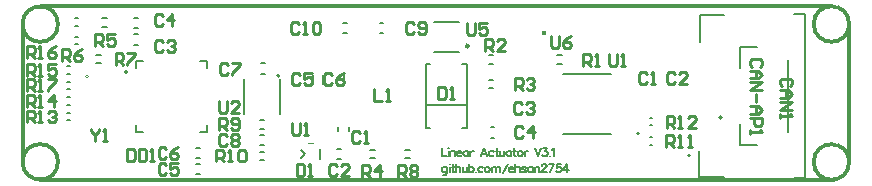
<source format=gto>
G04*
G04 #@! TF.GenerationSoftware,Altium Limited,Altium Designer,21.6.1 (37)*
G04*
G04 Layer_Color=65535*
%FSLAX44Y44*%
%MOMM*%
G71*
G04*
G04 #@! TF.SameCoordinates,3F17BC7F-6D44-4E06-9127-94DCD14E2BF1*
G04*
G04*
G04 #@! TF.FilePolarity,Positive*
G04*
G01*
G75*
%ADD10C,0.2500*%
%ADD11C,0.3000*%
%ADD12C,0.2000*%
%ADD13C,0.1270*%
%ADD14C,0.1524*%
%ADD15C,0.0000*%
%ADD16C,0.4000*%
%ADD17C,0.1500*%
D10*
X1079100Y484800D02*
G03*
X1079100Y484800I-1250J0D01*
G01*
X935288Y503053D02*
X933622Y504719D01*
X930290D01*
X928624Y503053D01*
Y496388D01*
X930290Y494722D01*
X933622D01*
X935288Y496388D01*
X938621Y494722D02*
X941953D01*
X940287D01*
Y504719D01*
X938621Y503053D01*
X946951D02*
X948618Y504719D01*
X951950D01*
X953616Y503053D01*
Y496388D01*
X951950Y494722D01*
X948618D01*
X946951Y496388D01*
Y503053D01*
X1033079Y503007D02*
X1031412Y504673D01*
X1028080D01*
X1026414Y503007D01*
Y496342D01*
X1028080Y494676D01*
X1031412D01*
X1033079Y496342D01*
X1036411D02*
X1038077Y494676D01*
X1041409D01*
X1043075Y496342D01*
Y503007D01*
X1041409Y504673D01*
X1038077D01*
X1036411Y503007D01*
Y501340D01*
X1038077Y499674D01*
X1043075D01*
X1149069Y493398D02*
Y485068D01*
X1150735Y483402D01*
X1154068D01*
X1155734Y485068D01*
Y493398D01*
X1165731D02*
X1162398Y491732D01*
X1159066Y488400D01*
Y485068D01*
X1160732Y483402D01*
X1164064D01*
X1165731Y485068D01*
Y486734D01*
X1164064Y488400D01*
X1159066D01*
X1077669Y503898D02*
Y495568D01*
X1079335Y493902D01*
X1082668D01*
X1084334Y495568D01*
Y503898D01*
X1094331D02*
X1087666D01*
Y498900D01*
X1090998Y500566D01*
X1092664D01*
X1094331Y498900D01*
Y495568D01*
X1092664Y493902D01*
X1089332D01*
X1087666Y495568D01*
X704914Y446384D02*
Y456381D01*
X709912D01*
X711579Y454715D01*
Y451382D01*
X709912Y449716D01*
X704914D01*
X708246D02*
X711579Y446384D01*
X714911D02*
X718243D01*
X716577D01*
Y456381D01*
X714911Y454715D01*
X723241Y456381D02*
X729906D01*
Y454715D01*
X723241Y448050D01*
Y446384D01*
X704904Y474702D02*
Y484698D01*
X709902D01*
X711569Y483032D01*
Y479700D01*
X709902Y478034D01*
X704904D01*
X708236D02*
X711569Y474702D01*
X714901D02*
X718233D01*
X716567D01*
Y484698D01*
X714901Y483032D01*
X729896Y484698D02*
X726564Y483032D01*
X723231Y479700D01*
Y476368D01*
X724898Y474702D01*
X728230D01*
X729896Y476368D01*
Y478034D01*
X728230Y479700D01*
X723231D01*
X704914Y459592D02*
Y469589D01*
X709912D01*
X711579Y467923D01*
Y464590D01*
X709912Y462924D01*
X704914D01*
X708246D02*
X711579Y459592D01*
X714911D02*
X718243D01*
X716577D01*
Y469589D01*
X714911Y467923D01*
X729906Y469589D02*
X723241D01*
Y464590D01*
X726574Y466256D01*
X728240D01*
X729906Y464590D01*
Y461258D01*
X728240Y459592D01*
X724908D01*
X723241Y461258D01*
X704914Y433176D02*
Y443173D01*
X709912D01*
X711579Y441507D01*
Y438174D01*
X709912Y436508D01*
X704914D01*
X708246D02*
X711579Y433176D01*
X714911D02*
X718243D01*
X716577D01*
Y443173D01*
X714911Y441507D01*
X728240Y433176D02*
Y443173D01*
X723241Y438174D01*
X729906D01*
X704914Y419968D02*
Y429965D01*
X709912D01*
X711579Y428299D01*
Y424966D01*
X709912Y423300D01*
X704914D01*
X708246D02*
X711579Y419968D01*
X714911D02*
X718243D01*
X716577D01*
Y429965D01*
X714911Y428299D01*
X723241D02*
X724908Y429965D01*
X728240D01*
X729906Y428299D01*
Y426632D01*
X728240Y424966D01*
X726574D01*
X728240D01*
X729906Y423300D01*
Y421634D01*
X728240Y419968D01*
X724908D01*
X723241Y421634D01*
X735069Y472302D02*
Y482298D01*
X740068D01*
X741734Y480632D01*
Y477300D01*
X740068Y475634D01*
X735069D01*
X738402D02*
X741734Y472302D01*
X751731Y482298D02*
X748398Y480632D01*
X745066Y477300D01*
Y473968D01*
X746732Y472302D01*
X750064D01*
X751731Y473968D01*
Y475634D01*
X750064Y477300D01*
X745066D01*
X759206Y414111D02*
Y412445D01*
X762538Y409112D01*
X765871Y412445D01*
Y414111D01*
X762538Y409112D02*
Y404114D01*
X769203D02*
X772535D01*
X770869D01*
Y414111D01*
X769203Y412445D01*
X867969Y437798D02*
Y429468D01*
X869635Y427802D01*
X872968D01*
X874634Y429468D01*
Y437798D01*
X884631Y427802D02*
X877966D01*
X884631Y434466D01*
Y436132D01*
X882964Y437798D01*
X879632D01*
X877966Y436132D01*
X929836Y419398D02*
Y411068D01*
X931502Y409402D01*
X934834D01*
X936500Y411068D01*
Y419398D01*
X939832Y409402D02*
X943165D01*
X941498D01*
Y419398D01*
X939832Y417732D01*
X1246720Y415632D02*
Y425629D01*
X1251718D01*
X1253384Y423963D01*
Y420630D01*
X1251718Y418964D01*
X1246720D01*
X1250052D02*
X1253384Y415632D01*
X1256717D02*
X1260049D01*
X1258383D01*
Y425629D01*
X1256717Y423963D01*
X1271712Y415632D02*
X1265047D01*
X1271712Y422296D01*
Y423963D01*
X1270046Y425629D01*
X1266714D01*
X1265047Y423963D01*
X1246620Y399500D02*
Y409497D01*
X1251618D01*
X1253285Y407831D01*
Y404498D01*
X1251618Y402832D01*
X1246620D01*
X1249952D02*
X1253285Y399500D01*
X1256617D02*
X1259949D01*
X1258283D01*
Y409497D01*
X1256617Y407831D01*
X1264947Y399500D02*
X1268280D01*
X1266614D01*
Y409497D01*
X1264947Y407831D01*
X865272Y386902D02*
Y396898D01*
X870270D01*
X871936Y395232D01*
Y391900D01*
X870270Y390234D01*
X865272D01*
X868604D02*
X871936Y386902D01*
X875268D02*
X878601D01*
X876934D01*
Y396898D01*
X875268Y395232D01*
X883599D02*
X885265Y396898D01*
X888597D01*
X890263Y395232D01*
Y388568D01*
X888597Y386902D01*
X885265D01*
X883599Y388568D01*
Y395232D01*
X867969Y413902D02*
Y423898D01*
X872968D01*
X874634Y422232D01*
Y418900D01*
X872968Y417234D01*
X867969D01*
X871302D02*
X874634Y413902D01*
X877966Y415568D02*
X879632Y413902D01*
X882964D01*
X884631Y415568D01*
Y422232D01*
X882964Y423898D01*
X879632D01*
X877966Y422232D01*
Y420566D01*
X879632Y418900D01*
X884631D01*
X1019124Y374030D02*
Y384027D01*
X1024122D01*
X1025788Y382361D01*
Y379029D01*
X1024122Y377362D01*
X1019124D01*
X1022456D02*
X1025788Y374030D01*
X1029121Y382361D02*
X1030787Y384027D01*
X1034119D01*
X1035785Y382361D01*
Y380695D01*
X1034119Y379029D01*
X1035785Y377362D01*
Y375696D01*
X1034119Y374030D01*
X1030787D01*
X1029121Y375696D01*
Y377362D01*
X1030787Y379029D01*
X1029121Y380695D01*
Y382361D01*
X1030787Y379029D02*
X1034119D01*
X780169Y468802D02*
Y478798D01*
X785168D01*
X786834Y477132D01*
Y473800D01*
X785168Y472134D01*
X780169D01*
X783502D02*
X786834Y468802D01*
X790166Y478798D02*
X796831D01*
Y477132D01*
X790166Y470468D01*
Y468802D01*
X762969Y485002D02*
Y494998D01*
X767968D01*
X769634Y493332D01*
Y490000D01*
X767968Y488334D01*
X762969D01*
X766302D02*
X769634Y485002D01*
X779631Y494998D02*
X772966D01*
Y490000D01*
X776298Y491666D01*
X777964D01*
X779631Y490000D01*
Y486668D01*
X777964Y485002D01*
X774632D01*
X772966Y486668D01*
X989152Y374122D02*
Y384119D01*
X994150D01*
X995816Y382453D01*
Y379120D01*
X994150Y377454D01*
X989152D01*
X992484D02*
X995816Y374122D01*
X1004147D02*
Y384119D01*
X999149Y379120D01*
X1005813D01*
X789686Y397347D02*
Y387350D01*
X794684D01*
X796350Y389016D01*
Y395681D01*
X794684Y397347D01*
X789686D01*
X799683D02*
Y387350D01*
X804681D01*
X806347Y389016D01*
Y395681D01*
X804681Y397347D01*
X799683D01*
X809680Y387350D02*
X813012D01*
X811346D01*
Y397347D01*
X809680Y395681D01*
X933450Y384451D02*
Y374454D01*
X938448D01*
X940115Y376120D01*
Y382785D01*
X938448Y384451D01*
X933450D01*
X943447Y374454D02*
X946779D01*
X945113D01*
Y384451D01*
X943447Y382785D01*
X1325799Y467207D02*
X1327465Y468874D01*
Y472206D01*
X1325799Y473872D01*
X1319134D01*
X1317468Y472206D01*
Y468874D01*
X1319134Y467207D01*
X1317468Y463875D02*
X1324133D01*
X1327465Y460543D01*
X1324133Y457211D01*
X1317468D01*
X1322466D01*
Y463875D01*
X1317468Y453878D02*
X1327465D01*
X1317468Y447214D01*
X1327465D01*
X1322466Y443882D02*
Y437217D01*
X1317468Y433885D02*
X1324133D01*
X1327465Y430553D01*
X1324133Y427220D01*
X1317468D01*
X1322466D01*
Y433885D01*
X1317468Y423888D02*
X1327465D01*
Y418890D01*
X1325799Y417224D01*
X1322466D01*
X1320800Y418890D01*
Y423888D01*
X1317468Y413891D02*
Y410559D01*
Y412225D01*
X1327465D01*
X1325799Y413891D01*
X1350932Y450497D02*
X1352598Y452163D01*
Y455495D01*
X1350932Y457161D01*
X1344268D01*
X1342602Y455495D01*
Y452163D01*
X1344268Y450497D01*
X1342602Y447164D02*
X1349266D01*
X1352598Y443832D01*
X1349266Y440500D01*
X1342602D01*
X1347600D01*
Y447164D01*
X1342602Y437168D02*
X1352598D01*
X1342602Y430503D01*
X1352598D01*
X1342602Y427171D02*
Y423839D01*
Y425505D01*
X1352598D01*
X1350932Y427171D01*
X874734Y408632D02*
X873068Y410298D01*
X869735D01*
X868069Y408632D01*
Y401968D01*
X869735Y400302D01*
X873068D01*
X874734Y401968D01*
X878066Y408632D02*
X879732Y410298D01*
X883064D01*
X884731Y408632D01*
Y406966D01*
X883064Y405300D01*
X884731Y403634D01*
Y401968D01*
X883064Y400302D01*
X879732D01*
X878066Y401968D01*
Y403634D01*
X879732Y405300D01*
X878066Y406966D01*
Y408632D01*
X879732Y405300D02*
X883064D01*
X875234Y468732D02*
X873568Y470398D01*
X870236D01*
X868569Y468732D01*
Y462068D01*
X870236Y460402D01*
X873568D01*
X875234Y462068D01*
X878566Y470398D02*
X885231D01*
Y468732D01*
X878566Y462068D01*
Y460402D01*
X823250Y397523D02*
X821584Y399189D01*
X818252D01*
X816586Y397523D01*
Y390858D01*
X818252Y389192D01*
X821584D01*
X823250Y390858D01*
X833247Y399189D02*
X829915Y397523D01*
X826583Y394190D01*
Y390858D01*
X828249Y389192D01*
X831581D01*
X833247Y390858D01*
Y392524D01*
X831581Y394190D01*
X826583D01*
X823234Y383932D02*
X821568Y385598D01*
X818235D01*
X816569Y383932D01*
Y377268D01*
X818235Y375602D01*
X821568D01*
X823234Y377268D01*
X833231Y385598D02*
X826566D01*
Y380600D01*
X829898Y382266D01*
X831564D01*
X833231Y380600D01*
Y377268D01*
X831564Y375602D01*
X828232D01*
X826566Y377268D01*
X820034Y510332D02*
X818368Y511998D01*
X815035D01*
X813369Y510332D01*
Y503668D01*
X815035Y502002D01*
X818368D01*
X820034Y503668D01*
X828364Y502002D02*
Y511998D01*
X823366Y507000D01*
X830031D01*
X820134Y488132D02*
X818468Y489798D01*
X815135D01*
X813469Y488132D01*
Y481468D01*
X815135Y479802D01*
X818468D01*
X820134Y481468D01*
X823466Y488132D02*
X825132Y489798D01*
X828465D01*
X830131Y488132D01*
Y486466D01*
X828465Y484800D01*
X826798D01*
X828465D01*
X830131Y483134D01*
Y481468D01*
X828465Y479802D01*
X825132D01*
X823466Y481468D01*
X967534Y382832D02*
X965868Y384498D01*
X962535D01*
X960869Y382832D01*
Y376168D01*
X962535Y374502D01*
X965868D01*
X967534Y376168D01*
X977531Y374502D02*
X970866D01*
X977531Y381166D01*
Y382832D01*
X975864Y384498D01*
X972532D01*
X970866Y382832D01*
X987400Y411032D02*
X985734Y412698D01*
X982402D01*
X980735Y411032D01*
Y404368D01*
X982402Y402702D01*
X985734D01*
X987400Y404368D01*
X990732Y402702D02*
X994064D01*
X992398D01*
Y412698D01*
X990732Y411032D01*
X1198235Y478098D02*
Y469768D01*
X1199902Y468102D01*
X1203234D01*
X1204900Y469768D01*
Y478098D01*
X1208232Y468102D02*
X1211564D01*
X1209898D01*
Y478098D01*
X1208232Y476432D01*
X1118108Y447548D02*
Y457545D01*
X1123106D01*
X1124772Y455879D01*
Y452546D01*
X1123106Y450880D01*
X1118108D01*
X1121440D02*
X1124772Y447548D01*
X1128105Y455879D02*
X1129771Y457545D01*
X1133103D01*
X1134769Y455879D01*
Y454212D01*
X1133103Y452546D01*
X1131437D01*
X1133103D01*
X1134769Y450880D01*
Y449214D01*
X1133103Y447548D01*
X1129771D01*
X1128105Y449214D01*
X1092869Y480802D02*
Y490798D01*
X1097868D01*
X1099534Y489132D01*
Y485800D01*
X1097868Y484134D01*
X1092869D01*
X1096202D02*
X1099534Y480802D01*
X1109531D02*
X1102866D01*
X1109531Y487466D01*
Y489132D01*
X1107865Y490798D01*
X1104532D01*
X1102866Y489132D01*
X1175766Y468122D02*
Y478119D01*
X1180764D01*
X1182430Y476453D01*
Y473120D01*
X1180764Y471454D01*
X1175766D01*
X1179098D02*
X1182430Y468122D01*
X1185763D02*
X1189095D01*
X1187429D01*
Y478119D01*
X1185763Y476453D01*
X999236Y448147D02*
Y438150D01*
X1005900D01*
X1009233D02*
X1012565D01*
X1010899D01*
Y448147D01*
X1009233Y446481D01*
X1053446Y449708D02*
Y439712D01*
X1058444D01*
X1060110Y441378D01*
Y448042D01*
X1058444Y449708D01*
X1053446D01*
X1063442Y439712D02*
X1066775D01*
X1065108D01*
Y449708D01*
X1063442Y448042D01*
X963229Y459943D02*
X961562Y461609D01*
X958230D01*
X956564Y459943D01*
Y453278D01*
X958230Y451612D01*
X961562D01*
X963229Y453278D01*
X973225Y461609D02*
X969893Y459943D01*
X966561Y456610D01*
Y453278D01*
X968227Y451612D01*
X971559D01*
X973225Y453278D01*
Y454944D01*
X971559Y456610D01*
X966561D01*
X936559Y459943D02*
X934892Y461609D01*
X931560D01*
X929894Y459943D01*
Y453278D01*
X931560Y451612D01*
X934892D01*
X936559Y453278D01*
X946555Y461609D02*
X939891D01*
Y456610D01*
X943223Y458276D01*
X944889D01*
X946555Y456610D01*
Y453278D01*
X944889Y451612D01*
X941557D01*
X939891Y453278D01*
X1124934Y415132D02*
X1123268Y416798D01*
X1119936D01*
X1118269Y415132D01*
Y408468D01*
X1119936Y406802D01*
X1123268D01*
X1124934Y408468D01*
X1133264Y406802D02*
Y416798D01*
X1128266Y411800D01*
X1134931D01*
X1124484Y435342D02*
X1122818Y437008D01*
X1119485D01*
X1117819Y435342D01*
Y428678D01*
X1119485Y427012D01*
X1122818D01*
X1124484Y428678D01*
X1127816Y435342D02*
X1129482Y437008D01*
X1132814D01*
X1134481Y435342D01*
Y433676D01*
X1132814Y432010D01*
X1131148D01*
X1132814D01*
X1134481Y430344D01*
Y428678D01*
X1132814Y427012D01*
X1129482D01*
X1127816Y428678D01*
X1254059Y460705D02*
X1252392Y462371D01*
X1249060D01*
X1247394Y460705D01*
Y454040D01*
X1249060Y452374D01*
X1252392D01*
X1254059Y454040D01*
X1264055Y452374D02*
X1257391D01*
X1264055Y459039D01*
Y460705D01*
X1262389Y462371D01*
X1259057D01*
X1257391Y460705D01*
X1230182D02*
X1228516Y462371D01*
X1225184D01*
X1223518Y460705D01*
Y454040D01*
X1225184Y452374D01*
X1228516D01*
X1230182Y454040D01*
X1233515Y452374D02*
X1236847D01*
X1235181D01*
Y462371D01*
X1233515Y460705D01*
D11*
X1401300Y503300D02*
G03*
X1401300Y503300I-15000J0D01*
G01*
X1388200Y371400D02*
G03*
X1387717Y371600I-483J-483D01*
G01*
X731400Y503202D02*
G03*
X731400Y503202I-15000J0D01*
G01*
Y386605D02*
G03*
X731400Y386605I-15000J0D01*
G01*
X1401300Y386498D02*
G03*
X1401300Y386498I-15000J0D01*
G01*
X716741Y518300D02*
X1386300D01*
X701500Y386700D02*
Y502700D01*
X716400Y371600D02*
X1387717D01*
X1401300Y386498D02*
Y503300D01*
D12*
X1223570Y410560D02*
G03*
X1223570Y410560I-1000J0D01*
G01*
X918970Y459582D02*
G03*
X918970Y459582I-1000J0D01*
G01*
X1293435Y424170D02*
G03*
X1293435Y424170I-1000J0D01*
G01*
X1266700Y391852D02*
G03*
X1266700Y391852I-1000J0D01*
G01*
X1049600Y504800D02*
X1070600D01*
X1049600Y479800D02*
X1070600D01*
X797400Y411802D02*
Y417803D01*
X746222Y486100D02*
X748222D01*
X1095980Y469670D02*
X1099980D01*
X1025400Y396600D02*
X1029400D01*
X1232322Y401150D02*
X1234322D01*
X953000Y388850D02*
Y397100D01*
X1095980Y476670D02*
X1099980D01*
X937000Y390100D02*
X940250Y393350D01*
X746222Y508000D02*
X748222D01*
X902168Y421800D02*
X906168D01*
X763765Y477000D02*
X767765D01*
X797400Y411802D02*
X803400D01*
X936875Y396725D02*
X940250Y393350D01*
X746222Y501500D02*
X748222D01*
X797400Y465802D02*
Y471802D01*
X851400Y411802D02*
X857400D01*
X1153770Y476670D02*
X1157770D01*
X902168Y414800D02*
X906168D01*
X768765Y508000D02*
X772765D01*
X857400Y411802D02*
Y417803D01*
X1095980Y449003D02*
X1099980D01*
X797400Y471802D02*
X803400D01*
X1153770Y469670D02*
X1157770D01*
X995400Y389600D02*
X999400D01*
X1232322Y417450D02*
X1234322D01*
X902168Y395300D02*
X906168D01*
X995400Y396600D02*
X999400D01*
X1232322Y423950D02*
X1234322D01*
X768765Y501000D02*
X772765D01*
X1095980Y456003D02*
X1099980D01*
X851400Y471802D02*
X857400D01*
X1025400Y389600D02*
X1029400D01*
X1232322Y407650D02*
X1234322D01*
X902168Y388300D02*
X906168D01*
X746222Y492600D02*
X748222D01*
X857400Y465802D02*
Y471802D01*
X739222Y461250D02*
X741222D01*
X739222Y467750D02*
X741222D01*
X739222Y434917D02*
X741222D01*
X739222Y441417D02*
X741222D01*
X763765Y470000D02*
X767765D01*
X739222Y428250D02*
X741222D01*
X739222Y421750D02*
X741222D01*
X739222Y448083D02*
X741222D01*
X739222Y454583D02*
X741222D01*
X1056400Y398263D02*
Y391264D01*
X1060399D01*
X1061832Y398263D02*
X1062166Y397929D01*
X1062499Y398263D01*
X1062166Y398596D01*
X1061832Y398263D01*
X1062166Y395930D02*
Y391264D01*
X1063732Y395930D02*
Y391264D01*
Y394597D02*
X1064732Y395597D01*
X1065398Y395930D01*
X1066398D01*
X1067064Y395597D01*
X1067398Y394597D01*
Y391264D01*
X1069231Y393930D02*
X1073230D01*
Y394597D01*
X1072896Y395263D01*
X1072563Y395597D01*
X1071897Y395930D01*
X1070897D01*
X1070230Y395597D01*
X1069564Y394930D01*
X1069231Y393930D01*
Y393264D01*
X1069564Y392264D01*
X1070230Y391598D01*
X1070897Y391264D01*
X1071897D01*
X1072563Y391598D01*
X1073230Y392264D01*
X1078729Y395930D02*
Y391264D01*
Y394930D02*
X1078062Y395597D01*
X1077395Y395930D01*
X1076396D01*
X1075729Y395597D01*
X1075063Y394930D01*
X1074729Y393930D01*
Y393264D01*
X1075063Y392264D01*
X1075729Y391598D01*
X1076396Y391264D01*
X1077395D01*
X1078062Y391598D01*
X1078729Y392264D01*
X1080595Y395930D02*
Y391264D01*
Y393930D02*
X1080928Y394930D01*
X1081595Y395597D01*
X1082261Y395930D01*
X1083261D01*
X1094725Y391264D02*
X1092059Y398263D01*
X1089393Y391264D01*
X1090393Y393597D02*
X1093725D01*
X1100357Y394930D02*
X1099691Y395597D01*
X1099024Y395930D01*
X1098025D01*
X1097358Y395597D01*
X1096691Y394930D01*
X1096358Y393930D01*
Y393264D01*
X1096691Y392264D01*
X1097358Y391598D01*
X1098025Y391264D01*
X1099024D01*
X1099691Y391598D01*
X1100357Y392264D01*
X1102857Y398263D02*
Y392597D01*
X1103190Y391598D01*
X1103857Y391264D01*
X1104523D01*
X1101857Y395930D02*
X1104190D01*
X1105523D02*
Y392597D01*
X1105856Y391598D01*
X1106523Y391264D01*
X1107522D01*
X1108189Y391598D01*
X1109189Y392597D01*
Y395930D02*
Y391264D01*
X1115021Y395930D02*
Y391264D01*
Y394930D02*
X1114354Y395597D01*
X1113688Y395930D01*
X1112688D01*
X1112021Y395597D01*
X1111355Y394930D01*
X1111022Y393930D01*
Y393264D01*
X1111355Y392264D01*
X1112021Y391598D01*
X1112688Y391264D01*
X1113688D01*
X1114354Y391598D01*
X1115021Y392264D01*
X1117887Y398263D02*
Y392597D01*
X1118220Y391598D01*
X1118887Y391264D01*
X1119553D01*
X1116887Y395930D02*
X1119220D01*
X1122219D02*
X1121553Y395597D01*
X1120886Y394930D01*
X1120553Y393930D01*
Y393264D01*
X1120886Y392264D01*
X1121553Y391598D01*
X1122219Y391264D01*
X1123219D01*
X1123886Y391598D01*
X1124552Y392264D01*
X1124885Y393264D01*
Y393930D01*
X1124552Y394930D01*
X1123886Y395597D01*
X1123219Y395930D01*
X1122219D01*
X1126418D02*
Y391264D01*
Y393930D02*
X1126752Y394930D01*
X1127418Y395597D01*
X1128085Y395930D01*
X1129084D01*
X1135217Y398263D02*
X1137883Y391264D01*
X1140549Y398263D02*
X1137883Y391264D01*
X1142115Y398263D02*
X1145781D01*
X1143781Y395597D01*
X1144781D01*
X1145448Y395263D01*
X1145781Y394930D01*
X1146114Y393930D01*
Y393264D01*
X1145781Y392264D01*
X1145114Y391598D01*
X1144115Y391264D01*
X1143115D01*
X1142115Y391598D01*
X1141782Y391931D01*
X1141449Y392597D01*
X1148014Y391931D02*
X1147681Y391598D01*
X1148014Y391264D01*
X1148347Y391598D01*
X1148014Y391931D01*
X1149880Y396930D02*
X1150547Y397263D01*
X1151546Y398263D01*
Y391264D01*
X1060399Y382398D02*
Y377066D01*
X1060066Y376067D01*
X1059733Y375733D01*
X1059066Y375400D01*
X1058066D01*
X1057400Y375733D01*
X1060399Y381399D02*
X1059733Y382065D01*
X1059066Y382398D01*
X1058066D01*
X1057400Y382065D01*
X1056733Y381399D01*
X1056400Y380399D01*
Y379732D01*
X1056733Y378733D01*
X1057400Y378066D01*
X1058066Y377733D01*
X1059066D01*
X1059733Y378066D01*
X1060399Y378733D01*
X1062932Y384731D02*
X1063265Y384398D01*
X1063598Y384731D01*
X1063265Y385065D01*
X1062932Y384731D01*
X1063265Y382398D02*
Y377733D01*
X1065831Y384731D02*
Y379066D01*
X1066165Y378066D01*
X1066831Y377733D01*
X1067498D01*
X1064832Y382398D02*
X1067164D01*
X1068497Y384731D02*
Y377733D01*
Y381065D02*
X1069497Y382065D01*
X1070164Y382398D01*
X1071163D01*
X1071830Y382065D01*
X1072163Y381065D01*
Y377733D01*
X1073996Y382398D02*
Y379066D01*
X1074330Y378066D01*
X1074996Y377733D01*
X1075996D01*
X1076662Y378066D01*
X1077662Y379066D01*
Y382398D02*
Y377733D01*
X1079495Y384731D02*
Y377733D01*
Y381399D02*
X1080162Y382065D01*
X1080828Y382398D01*
X1081828D01*
X1082494Y382065D01*
X1083161Y381399D01*
X1083494Y380399D01*
Y379732D01*
X1083161Y378733D01*
X1082494Y378066D01*
X1081828Y377733D01*
X1080828D01*
X1080162Y378066D01*
X1079495Y378733D01*
X1085327Y378399D02*
X1084994Y378066D01*
X1085327Y377733D01*
X1085660Y378066D01*
X1085327Y378399D01*
X1091193Y381399D02*
X1090526Y382065D01*
X1089859Y382398D01*
X1088860D01*
X1088193Y382065D01*
X1087527Y381399D01*
X1087193Y380399D01*
Y379732D01*
X1087527Y378733D01*
X1088193Y378066D01*
X1088860Y377733D01*
X1089859D01*
X1090526Y378066D01*
X1091193Y378733D01*
X1094359Y382398D02*
X1093692Y382065D01*
X1093026Y381399D01*
X1092692Y380399D01*
Y379732D01*
X1093026Y378733D01*
X1093692Y378066D01*
X1094359Y377733D01*
X1095358D01*
X1096025Y378066D01*
X1096691Y378733D01*
X1097025Y379732D01*
Y380399D01*
X1096691Y381399D01*
X1096025Y382065D01*
X1095358Y382398D01*
X1094359D01*
X1098558D02*
Y377733D01*
Y381065D02*
X1099557Y382065D01*
X1100224Y382398D01*
X1101224D01*
X1101890Y382065D01*
X1102224Y381065D01*
Y377733D01*
Y381065D02*
X1103223Y382065D01*
X1103890Y382398D01*
X1104890D01*
X1105556Y382065D01*
X1105890Y381065D01*
Y377733D01*
X1108089Y376733D02*
X1112755Y384731D01*
X1113221Y380399D02*
X1117220D01*
Y381065D01*
X1116887Y381732D01*
X1116554Y382065D01*
X1115887Y382398D01*
X1114887D01*
X1114221Y382065D01*
X1113555Y381399D01*
X1113221Y380399D01*
Y379732D01*
X1113555Y378733D01*
X1114221Y378066D01*
X1114887Y377733D01*
X1115887D01*
X1116554Y378066D01*
X1117220Y378733D01*
X1118720Y384731D02*
Y377733D01*
Y381065D02*
X1119720Y382065D01*
X1120386Y382398D01*
X1121386D01*
X1122053Y382065D01*
X1122386Y381065D01*
Y377733D01*
X1127885Y381399D02*
X1127551Y382065D01*
X1126552Y382398D01*
X1125552D01*
X1124552Y382065D01*
X1124219Y381399D01*
X1124552Y380732D01*
X1125219Y380399D01*
X1126885Y380066D01*
X1127551Y379732D01*
X1127885Y379066D01*
Y378733D01*
X1127551Y378066D01*
X1126552Y377733D01*
X1125552D01*
X1124552Y378066D01*
X1124219Y378733D01*
X1133350Y382398D02*
Y377733D01*
Y381399D02*
X1132684Y382065D01*
X1132017Y382398D01*
X1131017D01*
X1130351Y382065D01*
X1129684Y381399D01*
X1129351Y380399D01*
Y379732D01*
X1129684Y378733D01*
X1130351Y378066D01*
X1131017Y377733D01*
X1132017D01*
X1132684Y378066D01*
X1133350Y378733D01*
X1135217Y382398D02*
Y377733D01*
Y381065D02*
X1136216Y382065D01*
X1136883Y382398D01*
X1137883D01*
X1138549Y382065D01*
X1138882Y381065D01*
Y377733D01*
X1141049Y383065D02*
Y383398D01*
X1141382Y384065D01*
X1141715Y384398D01*
X1142382Y384731D01*
X1143715D01*
X1144381Y384398D01*
X1144715Y384065D01*
X1145048Y383398D01*
Y382732D01*
X1144715Y382065D01*
X1144048Y381065D01*
X1140715Y377733D01*
X1145381D01*
X1151613Y384731D02*
X1148280Y377733D01*
X1146947Y384731D02*
X1151613D01*
X1157178D02*
X1153846D01*
X1153513Y381732D01*
X1153846Y382065D01*
X1154846Y382398D01*
X1155845D01*
X1156845Y382065D01*
X1157512Y381399D01*
X1157845Y380399D01*
Y379732D01*
X1157512Y378733D01*
X1156845Y378066D01*
X1155845Y377733D01*
X1154846D01*
X1153846Y378066D01*
X1153513Y378399D01*
X1153179Y379066D01*
X1162744Y384731D02*
X1159411Y380066D01*
X1164410D01*
X1162744Y384731D02*
Y377733D01*
D13*
X790240Y462383D02*
G03*
X790240Y462383I-1270J0D01*
G01*
X1308935Y400920D02*
X1323135D01*
X968400Y412800D02*
Y415800D01*
X889000Y426802D02*
Y456802D01*
X1159370Y460860D02*
X1199370D01*
X1363200Y511852D02*
X1363700Y511353D01*
X848550Y385100D02*
X851550D01*
X977400Y412800D02*
Y415800D01*
X919000Y426802D02*
Y456802D01*
X1354200Y511852D02*
X1363200D01*
X1097980Y416170D02*
X1100980D01*
X955860Y452905D02*
Y460105D01*
X1363700Y372853D02*
Y511353D01*
X1097980Y407170D02*
X1100980D01*
X1349435Y411770D02*
Y472670D01*
X973860Y452905D02*
Y460105D01*
X903400Y470000D02*
X906400D01*
X796030Y485600D02*
X799030D01*
X903400Y461000D02*
X906400D01*
X1274200Y373353D02*
X1295200D01*
X967800Y388600D02*
X970800D01*
X902667Y400700D02*
X905667D01*
X848550Y389600D02*
X851550D01*
X929190Y452905D02*
Y460105D01*
X1274200Y373353D02*
Y395853D01*
X967800Y397600D02*
X970800D01*
X902667Y409700D02*
X905667D01*
X947190Y452905D02*
Y460105D01*
X1354200Y372853D02*
X1363700D01*
X1159370Y410360D02*
X1199370D01*
X1308935Y400920D02*
Y418570D01*
X848550Y398600D02*
X851550D01*
X796065Y508500D02*
X799065D01*
X796065Y499500D02*
X799065D01*
X1003900Y504300D02*
X1006900D01*
X1003900Y495300D02*
X1006900D01*
X973100D02*
X976100D01*
X973100Y504300D02*
X976100D01*
X796030Y494600D02*
X799030D01*
X1274700Y510853D02*
X1295700D01*
X1274700Y488353D02*
Y510853D01*
X1308935Y465770D02*
Y483420D01*
X1323235D01*
X848550Y376100D02*
X851550D01*
D14*
X947478Y402108D02*
G03*
X943922Y402108I-1778J-2276D01*
G01*
X947478D02*
G03*
X943922Y402108I-1778J-2276D01*
G01*
D15*
X757170Y458802D02*
G03*
X757170Y458802I-1270J0D01*
G01*
D16*
X1143000Y495300D02*
D03*
D17*
X1042610Y433170D02*
Y434670D01*
X1077610Y433170D02*
Y434670D01*
X1042610D02*
X1077610D01*
Y469170D01*
X1073610D02*
X1077610D01*
X1073610Y415170D02*
X1077610D01*
X1042610Y434670D02*
Y469170D01*
Y431670D02*
Y433170D01*
Y415170D02*
X1046610D01*
X1042610D02*
Y431670D01*
Y469170D02*
X1046610D01*
X1077610Y431670D02*
Y433170D01*
Y415170D02*
Y431670D01*
M02*

</source>
